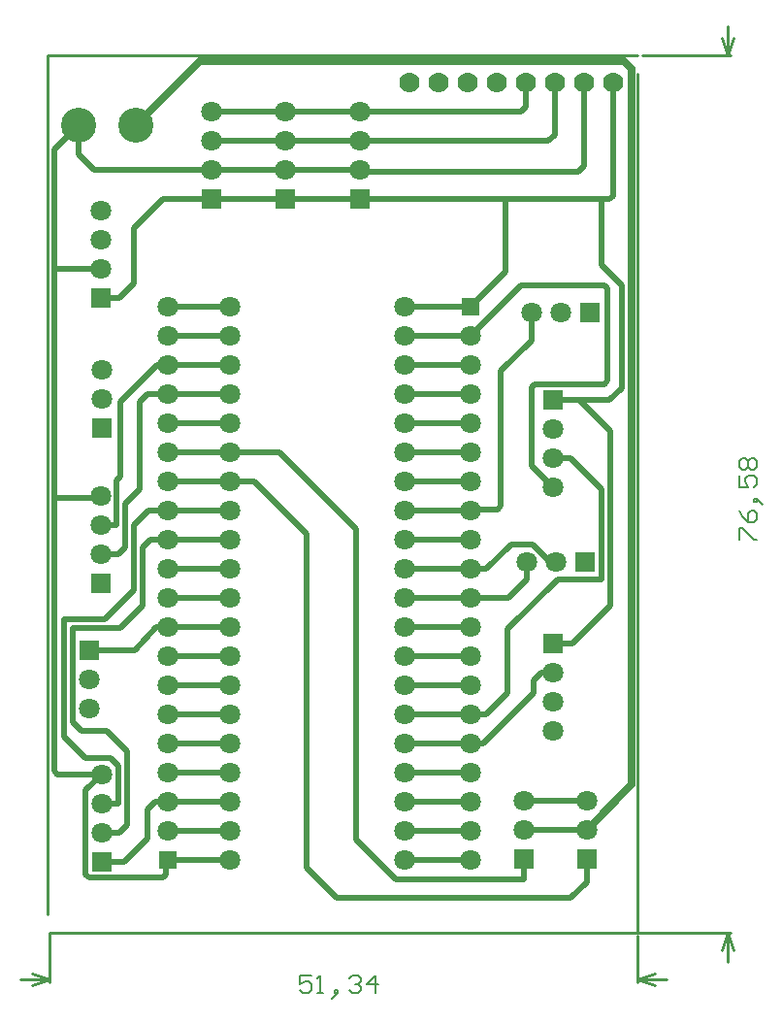
<source format=gbl>
G04*
G04 #@! TF.GenerationSoftware,Altium Limited,Altium Designer,19.0.15 (446)*
G04*
G04 Layer_Physical_Order=2*
G04 Layer_Color=16711680*
%FSLAX44Y44*%
%MOMM*%
G71*
G01*
G75*
%ADD11C,0.2540*%
%ADD15C,0.1524*%
%ADD16C,0.5000*%
%ADD17C,0.7000*%
%ADD18R,1.8000X1.8000*%
%ADD19C,1.8000*%
%ADD20C,3.0480*%
%ADD21C,1.7780*%
%ADD22R,1.8000X1.8000*%
%ADD23R,1.5000X1.5000*%
D11*
X789620Y450850D02*
X1303020D01*
Y1200150D01*
X788350Y467360D02*
Y1216660D01*
X1303020D01*
Y410210D02*
X1318260Y415290D01*
X1303020Y410210D02*
X1318260Y405130D01*
X774380D02*
X789620Y410210D01*
X774380Y415290D02*
X789620Y410210D01*
X1303020D02*
X1328420D01*
X764220D02*
X789620D01*
Y407670D02*
Y450850D01*
X1303020Y407670D02*
Y448310D01*
X1381760Y450850D02*
X1386840Y435610D01*
X1376680D02*
X1381760Y450850D01*
X1376680Y1231900D02*
X1381760Y1216660D01*
X1386840Y1231900D01*
X1381760Y425450D02*
Y450850D01*
Y1216660D02*
Y1242060D01*
X1306830Y1216660D02*
X1384300D01*
X1303020Y450850D02*
X1384300D01*
D15*
X1018134Y413764D02*
X1007977D01*
Y406147D01*
X1013055Y408686D01*
X1015595D01*
X1018134Y406147D01*
Y401068D01*
X1015595Y398529D01*
X1010516D01*
X1007977Y401068D01*
X1023212Y398529D02*
X1028290D01*
X1025751D01*
Y413764D01*
X1023212Y411225D01*
X1038447Y395990D02*
X1040986Y398529D01*
Y401068D01*
X1038447D01*
Y398529D01*
X1040986D01*
X1038447Y395990D01*
X1035908Y393451D01*
X1051143Y411225D02*
X1053682Y413764D01*
X1058761D01*
X1061300Y411225D01*
Y408686D01*
X1058761Y406147D01*
X1056221D01*
X1058761D01*
X1061300Y403608D01*
Y401068D01*
X1058761Y398529D01*
X1053682D01*
X1051143Y401068D01*
X1073996Y398529D02*
Y413764D01*
X1066378Y406147D01*
X1076535D01*
X1391925Y793750D02*
Y803907D01*
X1394464D01*
X1404621Y793750D01*
X1407160D01*
X1391925Y819142D02*
X1394464Y814063D01*
X1399543Y808985D01*
X1404621D01*
X1407160Y811524D01*
Y816603D01*
X1404621Y819142D01*
X1402082D01*
X1399543Y816603D01*
Y808985D01*
X1409699Y826759D02*
X1407160Y829298D01*
X1404621D01*
Y826759D01*
X1407160D01*
Y829298D01*
X1409699Y826759D01*
X1412238Y824220D01*
X1391925Y849612D02*
Y839455D01*
X1399543D01*
X1397003Y844534D01*
Y847073D01*
X1399543Y849612D01*
X1404621D01*
X1407160Y847073D01*
Y841994D01*
X1404621Y839455D01*
X1394464Y854690D02*
X1391925Y857230D01*
Y862308D01*
X1394464Y864847D01*
X1397003D01*
X1399543Y862308D01*
X1402082Y864847D01*
X1404621D01*
X1407160Y862308D01*
Y857230D01*
X1404621Y854690D01*
X1402082D01*
X1399543Y857230D01*
X1397003Y854690D01*
X1394464D01*
X1399543Y857230D02*
Y862308D01*
D16*
X1229360Y915670D02*
X1278501D01*
X1203960Y566420D02*
X1258570D01*
X829150Y1116490D02*
X930910D01*
X815340Y1130300D02*
X829150Y1116490D01*
X815340Y1130300D02*
Y1155700D01*
X834390Y1004570D02*
X850900D01*
X863600Y1017270D01*
Y1065690D01*
X889000Y1091090D01*
X930910D01*
X1229360Y703580D02*
X1246124D01*
X1279144Y736600D01*
Y889000D01*
X1252474Y915670D02*
X1279144Y889000D01*
X1229360Y915670D02*
X1252474D01*
X1219200Y678180D02*
X1229360D01*
X1212342Y671322D02*
X1219200Y678180D01*
X1212342Y659892D02*
Y671322D01*
X1168400Y615950D02*
X1212342Y659892D01*
X1156970Y615950D02*
X1168400D01*
X1156970Y641350D02*
X1170686D01*
X1189736Y660400D01*
Y715772D01*
X1233424Y759460D01*
X1271524D01*
Y838200D01*
X1244854Y864870D02*
X1271524Y838200D01*
X1229360Y864870D02*
X1244854D01*
X1206500Y759460D02*
Y774700D01*
X1189990Y742950D02*
X1206500Y759460D01*
X1156970Y742950D02*
X1189990D01*
X1226820Y774700D02*
X1231900D01*
X1211580Y789940D02*
X1226820Y774700D01*
X1192530Y789940D02*
X1211580D01*
X1170940Y768350D02*
X1192530Y789940D01*
X1156970Y768350D02*
X1170940D01*
X882142Y565150D02*
X892810D01*
X875792Y558800D02*
X882142Y565150D01*
X875792Y533400D02*
Y558800D01*
X855472Y513080D02*
X875792Y533400D01*
X835660Y513080D02*
X855472D01*
X947420Y869950D02*
X990600D01*
X1057402Y803148D01*
Y532638D02*
Y803148D01*
Y532638D02*
X1092200Y497840D01*
X1203960D01*
Y515620D01*
X947420Y844550D02*
X968756D01*
X1014222Y799084D01*
Y508000D02*
Y799084D01*
Y508000D02*
X1040638Y481584D01*
X1244854D01*
X1258570Y495300D01*
Y515620D01*
X835660Y563880D02*
X849884D01*
Y596900D01*
X843280Y603504D02*
X849884Y596900D01*
X821446Y603504D02*
X843280D01*
X802650Y622300D02*
X821446Y603504D01*
X802650Y622300D02*
Y724408D01*
X838200D01*
X863600Y749808D01*
Y806450D01*
X876300Y819150D01*
X892810D01*
X877570Y793750D02*
X892810D01*
X871220Y787400D02*
X877570Y793750D01*
X871220Y736600D02*
Y787400D01*
X851488Y716868D02*
X871220Y736600D01*
X810190Y716868D02*
X851488D01*
X810190Y635000D02*
Y716868D01*
Y635000D02*
X818064Y627126D01*
X839978D01*
X857504Y609600D01*
Y545084D02*
Y609600D01*
X850900Y538480D02*
X857504Y545084D01*
X835660Y538480D02*
X850900D01*
X883391Y717550D02*
X892810D01*
X864202Y697230D02*
X883391Y717550D01*
X824230Y697230D02*
X864202D01*
X834390Y806450D02*
X848520D01*
Y845852D01*
X851916Y849248D01*
Y914400D01*
X883666Y946150D01*
X892810D01*
X875792Y920750D02*
X892810D01*
X868760Y913718D02*
X875792Y920750D01*
X868760Y838200D02*
Y913718D01*
X856060Y825500D02*
X868760Y838200D01*
X856060Y787400D02*
Y825500D01*
X849710Y781050D02*
X856060Y787400D01*
X834390Y781050D02*
X849710D01*
X1203960Y541020D02*
X1258570D01*
X793750Y830580D02*
Y1029970D01*
Y592209D02*
Y830580D01*
X833120D01*
X834390Y831850D01*
X793750Y1029970D02*
Y1134110D01*
Y1029970D02*
X834390D01*
X793750Y592209D02*
X796679Y589280D01*
X835660D01*
X793750Y1134110D02*
X815340Y1155700D01*
X892810Y641350D02*
X947420D01*
X1289050Y926219D02*
Y1016080D01*
X1278501Y915670D02*
X1289050Y926219D01*
X1271270Y1033860D02*
X1289050Y1016080D01*
X930910Y1141890D02*
X995680D01*
X1060450D01*
X930910Y1116490D02*
X995680D01*
X1060450D01*
X995680Y1091090D02*
X1060450D01*
X930910D02*
X995680D01*
X1201420Y1016000D02*
X1273810D01*
X1156970Y971550D02*
X1201420Y1016000D01*
X1273880Y929710D02*
X1276819Y932649D01*
Y1012991D01*
X1273810Y1016000D02*
X1276819Y1012991D01*
X1210310Y858520D02*
Y926781D01*
X1213239Y929710D01*
X1273880D01*
X1210310Y858520D02*
X1229360Y839470D01*
X1210310Y967740D02*
Y991870D01*
X1183640Y941070D02*
X1210310Y967740D01*
X1158240Y820420D02*
X1180711D01*
X1183640Y823349D01*
Y941070D01*
X1156970Y819150D02*
X1158240Y820420D01*
X1271270Y1091090D02*
X1278501D01*
X1187450D02*
X1271270D01*
Y1033860D02*
Y1091090D01*
X1060450D02*
X1187450D01*
Y1027430D02*
Y1091090D01*
X1156970Y996950D02*
X1187450Y1027430D01*
X1281430Y1094019D02*
Y1192530D01*
X1061880Y1115060D02*
X1250950D01*
X1256030Y1120140D02*
Y1192530D01*
X1278501Y1091090D02*
X1281430Y1094019D01*
X1250950Y1115060D02*
X1256030Y1120140D01*
X1060450Y1141890D02*
X1225321D01*
X1230630Y1147199D02*
Y1192530D01*
X1060450Y1167290D02*
X1201191D01*
X1205230Y1171329D02*
Y1192530D01*
X995680Y1167290D02*
X1060450D01*
X930910D02*
X995680D01*
X1225321Y1141890D02*
X1230630Y1147199D01*
X1201191Y1167290D02*
X1205230Y1171329D01*
X824572Y499040D02*
X888611D01*
X891540Y501969D02*
Y513080D01*
X888611Y499040D02*
X891540Y501969D01*
X821620Y501992D02*
Y575240D01*
X835660Y589280D01*
X821620Y501992D02*
X824572Y499040D01*
X1099820Y514350D02*
X1156970D01*
X1099820Y539750D02*
X1156970D01*
X1099820Y565150D02*
X1156970D01*
X1099820Y590550D02*
X1156970D01*
X1099820Y615950D02*
X1156970D01*
X1099820Y641350D02*
X1156970D01*
X1099820Y666750D02*
X1156970D01*
X1099820Y692150D02*
X1156970D01*
X1099820Y717550D02*
X1156970D01*
X1099820Y742950D02*
X1156970D01*
X1099820Y768350D02*
X1156970D01*
X1099820Y793750D02*
X1156970D01*
X1099820Y819150D02*
X1156970D01*
X1099820Y844550D02*
X1156970D01*
X1099820Y869950D02*
X1156970D01*
X1099820Y895350D02*
X1156970D01*
X1099820Y920750D02*
X1156970D01*
X1099820Y946150D02*
X1156970D01*
X1099820Y971550D02*
X1156970D01*
X1099820Y996950D02*
X1156970D01*
X1060450Y1116490D02*
X1061880Y1115060D01*
X891540Y513080D02*
X892810Y514350D01*
X947420D01*
X892810Y539750D02*
X947420D01*
X892810Y565150D02*
X947420D01*
X892810Y590550D02*
X947420D01*
X892810Y615950D02*
X947420D01*
X892810Y666750D02*
X947420D01*
X892810Y692150D02*
X947420D01*
X892810Y717550D02*
X947420D01*
X892810Y742950D02*
X947420D01*
X892810Y768350D02*
X947420D01*
X892810Y793750D02*
X947420D01*
X892810Y819150D02*
X947420D01*
X892810Y844550D02*
X947420D01*
X892810Y869950D02*
X947420D01*
X892810Y895350D02*
X947420D01*
X892810Y920750D02*
X947420D01*
X892810Y946150D02*
X947420D01*
X892810Y971550D02*
X947420D01*
X892810Y996950D02*
X947420D01*
D17*
X1291201Y1211580D02*
X1297940Y1204841D01*
X921220Y1211580D02*
X1291201D01*
X865340Y1155700D02*
X921220Y1211580D01*
X1297940Y580390D02*
Y1204841D01*
X1258570Y541020D02*
X1297940Y580390D01*
D18*
X1203960Y515620D02*
D03*
X1258570D02*
D03*
X930910Y1091090D02*
D03*
X1060450D02*
D03*
X834390Y1004570D02*
D03*
X995680Y1091090D02*
D03*
X824230Y697230D02*
D03*
X1229360Y915670D02*
D03*
Y703580D02*
D03*
X834390Y755650D02*
D03*
X835660Y513080D02*
D03*
Y891540D02*
D03*
D19*
X1203960Y566420D02*
D03*
Y541020D02*
D03*
X1258570Y566420D02*
D03*
Y541020D02*
D03*
X930910Y1167290D02*
D03*
Y1141890D02*
D03*
Y1116490D02*
D03*
X1060450Y1167290D02*
D03*
Y1141890D02*
D03*
Y1116490D02*
D03*
X834390Y1080770D02*
D03*
Y1055370D02*
D03*
Y1029970D02*
D03*
X995680Y1167290D02*
D03*
Y1141890D02*
D03*
Y1116490D02*
D03*
X1235710Y991870D02*
D03*
X1210310D02*
D03*
X824230Y671830D02*
D03*
Y646430D02*
D03*
X1229360Y839470D02*
D03*
Y864870D02*
D03*
Y890270D02*
D03*
X1231900Y774700D02*
D03*
X1206500D02*
D03*
X1229360Y627380D02*
D03*
Y652780D02*
D03*
Y678180D02*
D03*
X834390Y831850D02*
D03*
Y806450D02*
D03*
Y781050D02*
D03*
X835660Y589280D02*
D03*
Y563880D02*
D03*
Y538480D02*
D03*
Y916940D02*
D03*
Y942340D02*
D03*
X1156970Y971550D02*
D03*
Y946150D02*
D03*
Y920750D02*
D03*
Y895350D02*
D03*
Y869950D02*
D03*
Y844550D02*
D03*
Y819150D02*
D03*
Y793750D02*
D03*
Y768350D02*
D03*
Y742950D02*
D03*
Y717550D02*
D03*
Y692150D02*
D03*
Y666750D02*
D03*
Y641350D02*
D03*
Y615950D02*
D03*
Y590550D02*
D03*
Y565150D02*
D03*
Y539750D02*
D03*
Y514350D02*
D03*
X947420Y996950D02*
D03*
Y971550D02*
D03*
Y946150D02*
D03*
Y920750D02*
D03*
Y895350D02*
D03*
Y869950D02*
D03*
Y844550D02*
D03*
Y819150D02*
D03*
Y793750D02*
D03*
Y768350D02*
D03*
Y742950D02*
D03*
Y717550D02*
D03*
Y692150D02*
D03*
Y666750D02*
D03*
Y641350D02*
D03*
Y615950D02*
D03*
Y590550D02*
D03*
Y565150D02*
D03*
Y539750D02*
D03*
Y514350D02*
D03*
X1099820Y996950D02*
D03*
Y971550D02*
D03*
Y946150D02*
D03*
Y920750D02*
D03*
Y895350D02*
D03*
Y869950D02*
D03*
Y844550D02*
D03*
Y819150D02*
D03*
Y793750D02*
D03*
Y768350D02*
D03*
Y742950D02*
D03*
Y717550D02*
D03*
Y692150D02*
D03*
Y666750D02*
D03*
Y641350D02*
D03*
Y615950D02*
D03*
Y590550D02*
D03*
Y565150D02*
D03*
Y539750D02*
D03*
Y514350D02*
D03*
X892810Y539750D02*
D03*
Y565150D02*
D03*
Y590550D02*
D03*
Y615950D02*
D03*
Y641350D02*
D03*
Y666750D02*
D03*
Y692150D02*
D03*
Y717550D02*
D03*
Y742950D02*
D03*
Y768350D02*
D03*
Y793750D02*
D03*
Y819150D02*
D03*
Y844550D02*
D03*
Y869950D02*
D03*
Y895350D02*
D03*
Y920750D02*
D03*
Y946150D02*
D03*
Y971550D02*
D03*
Y996950D02*
D03*
D20*
X865340Y1155700D02*
D03*
X815340D02*
D03*
D21*
X1205230Y1192530D02*
D03*
X1179830D02*
D03*
X1230630D02*
D03*
X1256030D02*
D03*
X1281430D02*
D03*
X1154430D02*
D03*
X1129030D02*
D03*
X1103630D02*
D03*
D22*
X1261110Y991870D02*
D03*
X1257300Y774700D02*
D03*
D23*
X1156970Y996950D02*
D03*
X892810Y514350D02*
D03*
M02*

</source>
